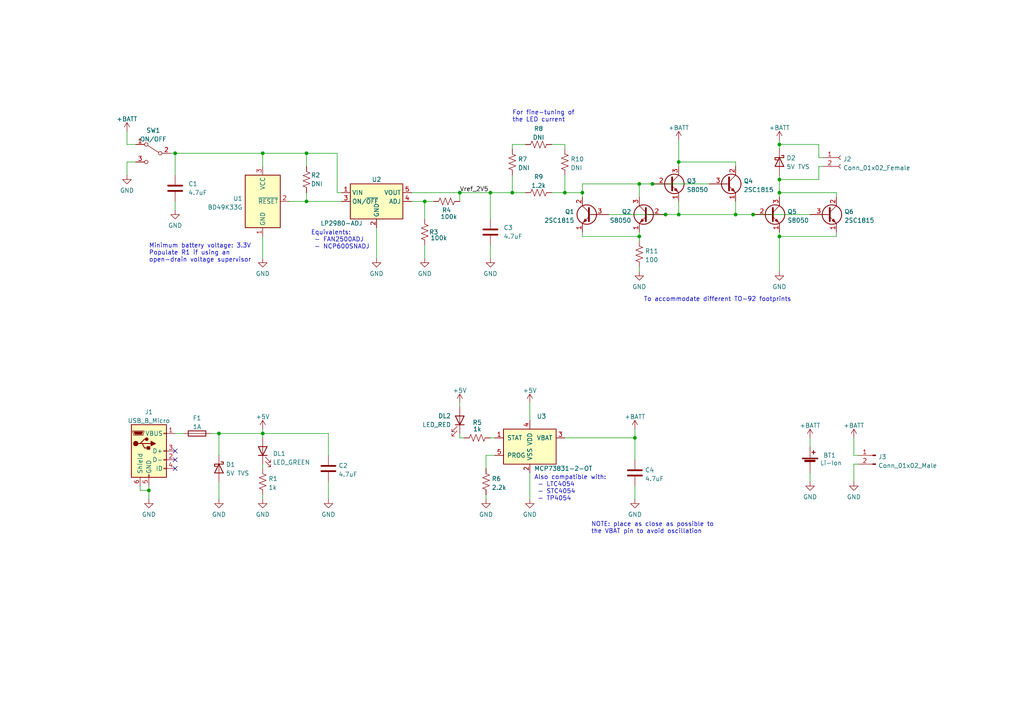
<source format=kicad_sch>
(kicad_sch (version 20230121) (generator eeschema)
  (paper "A4")
  (title_block (title "Rudolph LED Driver") (date "2023-02-25") (rev "1"))
  (lib_symbols
    (symbol "Battery_Management:MCP73831-2-OT" (pin_names (offset 1.016))
      (property "Reference" "U3" (at 2.0194 8.7798 0))
      (property "Value" "MCP73831-2-OT" (at 1.27 -6.35 0))
      (symbol "MCP73831-2-OT_0_1"
        (rectangle (start -7.62 5.08) (end 7.62 -5.08) (stroke (width 0.254)) (fill (type background)))
      )
      (symbol "MCP73831-2-OT_1_1"
        (pin output line (at -10.16 2.54 0) (length 2.54) (name "STAT") (number "1"))
        (pin power_in line (at 0 -7.62 90) (length 2.54) (name "VSS") (number "2"))
        (pin power_out line (at 10.16 2.54 180) (length 2.54) (name "VBAT") (number "3"))
        (pin power_in line (at 0 7.62 270) (length 2.54) (name "VDD") (number "4"))
        (pin input line (at -10.16 -2.54 0) (length 2.54) (name "PROG") (number "5"))
      )
    )
    (symbol "Connector:Conn_01x02_Female" (pin_names (offset 1.016) hide)
      (property "Reference" "J" (at 0 2.54 0))
      (property "Value" "Conn_01x02_Female" (at 0 -5.08 0))
      (symbol "Conn_01x02_Female_1_1"
        (arc (start 0 -2.032) (mid -0.5058 -2.54) (end 0 -3.048) (stroke (width 0.1524)))
        (polyline (pts (xy -1.27 -2.54) (xy -0.508 -2.54)) (stroke (width 0.1524)))
        (polyline (pts (xy -1.27 0) (xy -0.508 0)) (stroke (width 0.1524)))
        (arc (start 0 0.508) (mid -0.5058 0) (end 0 -0.508) (stroke (width 0.1524)))
        (pin passive line (at -5.08 0 0) (length 3.81) (name "Pin_1") (number "1"))
        (pin passive line (at -5.08 -2.54 0) (length 3.81) (name "Pin_2") (number "2"))
      )
    )
    (symbol "Connector:Conn_01x02_Male" (pin_names (offset 1.016) hide)
      (property "Reference" "J" (at 0 2.54 0))
      (property "Value" "Conn_01x02_Male" (at 0 -5.08 0))
      (symbol "Conn_01x02_Male_1_1"
        (polyline (pts (xy 1.27 -2.54) (xy 0.8636 -2.54)) (stroke (width 0.1524)))
        (polyline (pts (xy 1.27 0) (xy 0.8636 0)) (stroke (width 0.1524)))
        (rectangle (start 0.8636 -2.413) (end 0 -2.667) (stroke (width 0.1524)) (fill (type outline)))
        (rectangle (start 0.8636 0.127) (end 0 -0.127) (stroke (width 0.1524)) (fill (type outline)))
        (pin passive line (at 5.08 0 180) (length 3.81) (name "Pin_1") (number "1"))
        (pin passive line (at 5.08 -2.54 180) (length 3.81) (name "Pin_2") (number "2"))
      )
    )
    (symbol "Connector:USB_B_Micro" (pin_names (offset 1.016))
      (property "Reference" "J" (at -5.08 11.43 0))
      (property "Value" "USB_B_Micro" (at -5.08 8.89 0))
      (symbol "USB_B_Micro_0_1"
        (rectangle (start -5.08 -7.62) (end 5.08 7.62) (stroke (width 0.254)) (fill (type background)))
        (circle (center -3.81 2.159) (radius 0.635) (stroke (width 0.254)) (fill (type outline)))
        (circle (center -0.635 3.429) (radius 0.381) (stroke (width 0.254)) (fill (type outline)))
        (rectangle (start -0.127 -7.62) (end 0.127 -6.858))
        (polyline (pts (xy -1.905 2.159) (xy 0.635 2.159)) (stroke (width 0.254)))
        (polyline (pts (xy -3.175 2.159) (xy -2.54 2.159) (xy -1.27 3.429) (xy -0.635 3.429)) (stroke (width 0.254)))
        (polyline (pts (xy -2.54 2.159) (xy -1.905 2.159) (xy -1.27 0.889) (xy 0 0.889)) (stroke (width 0.254)))
        (polyline (pts (xy 0.635 2.794) (xy 0.635 1.524) (xy 1.905 2.159) (xy 0.635 2.794)) (stroke (width 0.254)) (fill (type outline)))
        (polyline (pts (xy -4.318 5.588) (xy -1.778 5.588) (xy -2.032 4.826) (xy -4.064 4.826) (xy -4.318 5.588)) (fill (type outline)))
        (polyline (pts (xy -4.699 5.842) (xy -4.699 5.588) (xy -4.445 4.826) (xy -4.445 4.572) (xy -1.651 4.572) (xy -1.651 4.826) (xy -1.397 5.588) (xy -1.397 5.842) (xy -4.699 5.842)))
        (rectangle (start 0.254 1.27) (end -0.508 0.508) (stroke (width 0.254)) (fill (type outline)))
        (rectangle (start 5.08 -5.207) (end 4.318 -4.953))
        (rectangle (start 5.08 -2.667) (end 4.318 -2.413))
        (rectangle (start 5.08 -0.127) (end 4.318 0.127))
        (rectangle (start 5.08 4.953) (end 4.318 5.207))
      )
      (symbol "USB_B_Micro_1_1"
        (pin power_out line (at 7.62 5.08 180) (length 2.54) (name "VBUS") (number "1"))
        (pin bidirectional line (at 7.62 -2.54 180) (length 2.54) (name "D-") (number "2"))
        (pin bidirectional line (at 7.62 0 180) (length 2.54) (name "D+") (number "3"))
        (pin passive line (at 7.62 -5.08 180) (length 2.54) (name "ID") (number "4"))
        (pin power_out line (at 0 -10.16 90) (length 2.54) (name "GND") (number "5"))
        (pin passive line (at -2.54 -10.16 90) (length 2.54) (name "Shield") (number "6"))
      )
    )
    (symbol "Device:Battery_Cell" (pin_numbers hide) (pin_names (offset 0) hide)
      (property "Reference" "BT" (at 2.54 2.54 0))
      (property "Value" "Battery_Cell" (at 2.54 0 0))
      (symbol "Battery_Cell_0_1"
        (rectangle (start -2.286 1.778) (end 2.286 1.524) (fill (type outline)))
        (rectangle (start -1.5748 1.1938) (end 1.4732 0.6858) (fill (type outline)))
        (polyline (pts (xy 0 0.762) (xy 0 0)))
        (polyline (pts (xy 0 1.778) (xy 0 2.54)))
        (polyline (pts (xy 0.508 3.429) (xy 1.524 3.429)) (stroke (width 0.254)))
        (polyline (pts (xy 1.016 3.937) (xy 1.016 2.921)) (stroke (width 0.254)))
      )
      (symbol "Battery_Cell_1_1"
        (pin passive line (at 0 5.08 270) (length 2.54) (name "+") (number "1"))
        (pin passive line (at 0 -2.54 90) (length 2.54) (name "-") (number "2"))
      )
    )
    (symbol "Device:C" (pin_numbers hide) (pin_names (offset 0.254))
      (property "Reference" "C" (at 0.635 2.54 0))
      (property "Value" "C" (at 0.635 -2.54 0))
      (symbol "C_0_1"
        (polyline (pts (xy -2.032 -0.762) (xy 2.032 -0.762)) (stroke (width 0.508)))
        (polyline (pts (xy -2.032 0.762) (xy 2.032 0.762)) (stroke (width 0.508)))
      )
      (symbol "C_1_1"
        (pin passive line (at 0 3.81 270) (length 2.794) (name "~") (number "1"))
        (pin passive line (at 0 -3.81 90) (length 2.794) (name "~") (number "2"))
      )
    )
    (symbol "Device:Fuse" (pin_numbers hide) (pin_names (offset 0))
      (property "Reference" "F" (at 2.032 0 90))
      (property "Value" "Fuse" (at -1.905 0 90))
      (symbol "Fuse_0_1"
        (rectangle (start -0.762 -2.54) (end 0.762 2.54) (stroke (width 0.254)))
        (polyline (pts (xy 0 2.54) (xy 0 -2.54)))
      )
      (symbol "Fuse_1_1"
        (pin passive line (at 0 3.81 270) (length 1.27) (name "~") (number "1"))
        (pin passive line (at 0 -3.81 90) (length 1.27) (name "~") (number "2"))
      )
    )
    (symbol "Device:LED" (pin_numbers hide) (pin_names (offset 1.016) hide)
      (property "Reference" "D" (at 0 2.54 0))
      (property "Value" "LED" (at 0 -2.54 0))
      (symbol "LED_0_1"
        (polyline (pts (xy -1.27 -1.27) (xy -1.27 1.27)) (stroke (width 0.254)))
        (polyline (pts (xy -1.27 0) (xy 1.27 0)))
        (polyline (pts (xy 1.27 -1.27) (xy 1.27 1.27) (xy -1.27 0) (xy 1.27 -1.27)) (stroke (width 0.254)))
        (polyline (pts (xy -3.048 -0.762) (xy -4.572 -2.286) (xy -3.81 -2.286) (xy -4.572 -2.286) (xy -4.572 -1.524)))
        (polyline (pts (xy -1.778 -0.762) (xy -3.302 -2.286) (xy -2.54 -2.286) (xy -3.302 -2.286) (xy -3.302 -1.524)))
      )
      (symbol "LED_1_1"
        (pin passive line (at -3.81 0 0) (length 2.54) (name "K") (number "1"))
        (pin passive line (at 3.81 0 180) (length 2.54) (name "A") (number "2"))
      )
    )
    (symbol "Device:R_US" (pin_numbers hide) (pin_names (offset 0))
      (property "Reference" "R" (at 2.54 0 90))
      (property "Value" "R_US" (at -2.54 0 90))
      (symbol "R_US_0_1"
        (polyline (pts (xy 0 -2.286) (xy 0 -2.54)))
        (polyline (pts (xy 0 2.286) (xy 0 2.54)))
        (polyline (pts (xy 0 -0.762) (xy 1.016 -1.143) (xy 0 -1.524) (xy -1.016 -1.905) (xy 0 -2.286)))
        (polyline (pts (xy 0 0.762) (xy 1.016 0.381) (xy 0 0) (xy -1.016 -0.381) (xy 0 -0.762)))
        (polyline (pts (xy 0 2.286) (xy 1.016 1.905) (xy 0 1.524) (xy -1.016 1.143) (xy 0 0.762)))
      )
      (symbol "R_US_1_1"
        (pin passive line (at 0 3.81 270) (length 1.27) (name "~") (number "1"))
        (pin passive line (at 0 -3.81 90) (length 1.27) (name "~") (number "2"))
      )
    )
    (symbol "Diode:BAT42" (pin_numbers hide) (pin_names (offset 1.016) hide)
      (property "Reference" "D" (at 0 2.54 0))
      (property "Value" "BAT42" (at 0 -2.54 0))
      (symbol "BAT42_0_1"
        (polyline (pts (xy 1.27 0) (xy -1.27 0)))
        (polyline (pts (xy 1.27 1.27) (xy 1.27 -1.27) (xy -1.27 0) (xy 1.27 1.27)) (stroke (width 0.254)))
        (polyline (pts (xy -1.905 0.635) (xy -1.905 1.27) (xy -1.27 1.27) (xy -1.27 -1.27) (xy -0.635 -1.27) (xy -0.635 -0.635)) (stroke (width 0.254)))
      )
      (symbol "BAT42_1_1"
        (pin passive line (at -3.81 0 0) (length 2.54) (name "K") (number "1"))
        (pin passive line (at 3.81 0 180) (length 2.54) (name "A") (number "2"))
      )
    )
    (symbol "Power_Supervisor:LM809"
      (property "Reference" "U" (at 2.54 12.7 0))
      (property "Value" "LM809" (at 5.08 10.16 0))
      (symbol "LM809_0_1"
        (rectangle (start 5.08 7.62) (end -5.08 -7.62) (stroke (width 0.254)) (fill (type background)))
      )
      (symbol "LM809_1_1"
        (pin power_in line (at 0 -10.16 90) (length 2.54) (name "GND") (number "1"))
        (pin output line (at 7.62 0 180) (length 2.54) (name "~{RESET}") (number "2"))
        (pin power_in line (at 0 10.16 270) (length 2.54) (name "VCC") (number "3"))
      )
    )
    (symbol "Regulator_Linear:LP2980-ADJ"
      (property "Reference" "U" (at 0 10.16 0))
      (property "Value" "LP2980-ADJ" (at 0 7.62 0))
      (symbol "LP2980-ADJ_0_1"
        (rectangle (start -7.62 5.08) (end 7.62 -5.08) (stroke (width 0.254)) (fill (type background)))
      )
      (symbol "LP2980-ADJ_1_1"
        (pin power_in line (at -10.16 2.54 0) (length 2.54) (name "VIN") (number "1"))
        (pin power_in line (at 0 -7.62 90) (length 2.54) (name "GND") (number "2"))
        (pin input line (at -10.16 0 0) (length 2.54) (name "ON/~{OFF}") (number "3"))
        (pin input line (at 10.16 0 180) (length 2.54) (name "ADJ") (number "4"))
        (pin power_out line (at 10.16 2.54 180) (length 2.54) (name "VOUT") (number "5"))
      )
    )
    (symbol "Switch:SW_SPDT" (pin_names (offset 0) hide)
      (property "Reference" "SW" (at 0 4.318 0))
      (property "Value" "SW_SPDT" (at 0 -5.08 0))
      (symbol "SW_SPDT_0_0"
        (circle (center -2.032 0) (radius 0.508))
        (circle (center 2.032 -2.54) (radius 0.508))
      )
      (symbol "SW_SPDT_0_1"
        (polyline (pts (xy -1.524 0.254) (xy 1.651 2.286)))
        (circle (center 2.032 2.54) (radius 0.508))
      )
      (symbol "SW_SPDT_1_1"
        (pin passive line (at 5.08 2.54 180) (length 2.54) (name "A") (number "1"))
        (pin passive line (at -5.08 0 0) (length 2.54) (name "B") (number "2"))
        (pin passive line (at 5.08 -2.54 180) (length 2.54) (name "C") (number "3"))
      )
    )
    (symbol "Transistor_BJT:2SC1815" (pin_names (offset 0) hide)
      (property "Reference" "Q" (at 5.08 1.905 0))
      (property "Value" "2SC1815" (at 5.08 0 0))
      (symbol "2SC1815_0_1"
        (polyline (pts (xy 0 0) (xy 0.508 0)))
        (polyline (pts (xy 0.635 0.635) (xy 2.54 2.54)))
        (polyline (pts (xy 0.635 -0.635) (xy 2.54 -2.54) (xy 2.54 -2.54)))
        (polyline (pts (xy 0.635 1.905) (xy 0.635 -1.905) (xy 0.635 -1.905)) (stroke (width 0.508)))
        (polyline (pts (xy 1.27 -1.778) (xy 1.778 -1.27) (xy 2.286 -2.286) (xy 1.27 -1.778) (xy 1.27 -1.778)) (fill (type outline)))
        (circle (center 1.27 0) (radius 2.8194) (stroke (width 0.254)))
      )
      (symbol "2SC1815_1_1"
        (pin passive line (at 2.54 -5.08 90) (length 2.54) (name "E") (number "1"))
        (pin passive line (at 2.54 5.08 270) (length 2.54) (name "C") (number "2"))
        (pin input line (at -5.08 0 0) (length 5.08) (name "B") (number "3"))
      )
    )
    (symbol "Transistor_BJT:S8050" (pin_names (offset 0) hide)
      (property "Reference" "Q" (at 5.08 1.905 0))
      (property "Value" "S8050" (at 5.08 0 0))
      (symbol "S8050_0_1"
        (polyline (pts (xy 0 0) (xy 0.635 0)))
        (polyline (pts (xy 0.635 0.635) (xy 2.54 2.54)))
        (polyline (pts (xy 0.635 -0.635) (xy 2.54 -2.54) (xy 2.54 -2.54)))
        (polyline (pts (xy 0.635 1.905) (xy 0.635 -1.905) (xy 0.635 -1.905)) (stroke (width 0.508)))
        (polyline (pts (xy 1.27 -1.778) (xy 1.778 -1.27) (xy 2.286 -2.286) (xy 1.27 -1.778) (xy 1.27 -1.778)) (fill (type outline)))
        (circle (center 1.27 0) (radius 2.8194) (stroke (width 0.254)))
      )
      (symbol "S8050_1_1"
        (pin passive line (at 2.54 -5.08 90) (length 2.54) (name "E") (number "1"))
        (pin input line (at -5.08 0 0) (length 5.08) (name "B") (number "2"))
        (pin passive line (at 2.54 5.08 270) (length 2.54) (name "C") (number "3"))
      )
    )
    (symbol "power:+5V" (power) (pin_names (offset 0))
      (property "Value" "+5V" (at 0 3.556 0))
      (symbol "+5V_0_1"
        (polyline (pts (xy -0.762 1.27) (xy 0 2.54)))
        (polyline (pts (xy 0 0) (xy 0 2.54)))
        (polyline (pts (xy 0 2.54) (xy 0.762 1.27)))
      )
      (symbol "+5V_1_1"
        (pin power_in line (at 0 0 90) (length 0) hide (name "+5V") (number "1"))
      )
    )
    (symbol "power:+BATT" (power) (pin_names (offset 0))
      (property "Value" "+BATT" (at 0 3.556 0))
      (symbol "+BATT_0_1"
        (polyline (pts (xy -0.762 1.27) (xy 0 2.54)))
        (polyline (pts (xy 0 0) (xy 0 2.54)))
        (polyline (pts (xy 0 2.54) (xy 0.762 1.27)))
      )
      (symbol "+BATT_1_1"
        (pin power_in line (at 0 0 90) (length 0) hide (name "+BATT") (number "1"))
      )
    )
    (symbol "power:GND" (power) (pin_names (offset 0))
      (property "Value" "GND" (at 0 -3.81 0))
      (symbol "GND_0_1"
        (polyline (pts (xy 0 0) (xy 0 -1.27) (xy 1.27 -1.27) (xy 0 -2.54) (xy -1.27 -1.27) (xy 0 -1.27)))
      )
      (symbol "GND_1_1"
        (pin power_in line (at 0 0 270) (length 0) hide (name "GND") (number "1"))
      )
    )
  )
  (junction (at 184.15 127))
  (junction (at 50.8 44.45))
  (junction (at 148.59 55.88))
  (junction (at 226.06 52.07))
  (junction (at 193.04 62.23))
  (junction (at 76.2 44.45))
  (junction (at 226.06 41.91))
  (junction (at 196.85 46.99))
  (junction (at 189.23 53.34))
  (junction (at 213.36 62.23))
  (junction (at 123.19 58.42))
  (junction (at 63.5 125.73))
  (junction (at 218.44 62.23))
  (junction (at 185.42 53.34))
  (junction (at 76.2 125.73))
  (junction (at 88.9 44.45))
  (junction (at 185.42 68.58))
  (junction (at 133.35 55.88))
  (junction (at 196.85 62.23))
  (junction (at 168.91 55.88))
  (junction (at 226.06 68.58))
  (junction (at 43.18 142.24))
  (junction (at 88.9 58.42))
  (junction (at 226.06 55.88))
  (junction (at 163.83 55.88))
  (junction (at 142.24 55.88))
  (no_connect (at 50.8 135.89))
  (no_connect (at 50.8 133.35))
  (no_connect (at 50.8 130.81))
  (wire (pts (xy 142.24 55.88) (xy 148.59 55.88)))
  (wire (pts (xy 76.2 68.58) (xy 76.2 74.93)))
  (wire (pts (xy 88.9 44.45) (xy 76.2 44.45)))
  (wire (pts (xy 50.8 58.42) (xy 50.8 60.96)))
  (wire (pts (xy 133.35 125.73) (xy 133.35 127)))
  (wire (pts (xy 76.2 143.51) (xy 76.2 144.78)))
  (wire (pts (xy 189.23 53.34) (xy 205.74 53.34)))
  (wire (pts (xy 160.02 41.91) (xy 163.83 41.91)))
  (wire (pts (xy 238.76 45.72) (xy 237.49 45.72)))
  (wire (pts (xy 88.9 55.88) (xy 88.9 58.42)))
  (wire (pts (xy 163.83 127) (xy 184.15 127)))
  (wire (pts (xy 36.83 41.91) (xy 39.37 41.91)))
  (wire (pts (xy 247.65 127) (xy 247.65 132.08)))
  (wire (pts (xy 237.49 41.91) (xy 237.49 45.72)))
  (wire (pts (xy 95.25 139.7) (xy 95.25 144.78)))
  (wire (pts (xy 247.65 134.62) (xy 247.65 139.7)))
  (wire (pts (xy 238.76 48.26) (xy 237.49 48.26)))
  (wire (pts (xy 196.85 40.64) (xy 196.85 46.99)))
  (wire (pts (xy 185.42 53.34) (xy 168.91 53.34)))
  (wire (pts (xy 226.06 67.31) (xy 226.06 68.58)))
  (wire (pts (xy 226.06 68.58) (xy 226.06 78.74)))
  (wire (pts (xy 109.22 66.04) (xy 109.22 74.93)))
  (wire (pts (xy 88.9 44.45) (xy 88.9 48.26)))
  (wire (pts (xy 185.42 68.58) (xy 168.91 68.58)))
  (wire (pts (xy 234.95 127) (xy 234.95 129.54)))
  (wire (pts (xy 50.8 50.8) (xy 50.8 44.45)))
  (wire (pts (xy 133.35 116.84) (xy 133.35 118.11)))
  (wire (pts (xy 76.2 124.46) (xy 76.2 125.73)))
  (wire (pts (xy 153.67 137.16) (xy 153.67 144.78)))
  (wire (pts (xy 185.42 77.47) (xy 185.42 78.74)))
  (wire (pts (xy 160.02 55.88) (xy 163.83 55.88)))
  (wire (pts (xy 123.19 71.12) (xy 123.19 74.93)))
  (wire (pts (xy 196.85 58.42) (xy 196.85 62.23)))
  (wire (pts (xy 40.64 142.24) (xy 43.18 142.24)))
  (wire (pts (xy 50.8 125.73) (xy 53.34 125.73)))
  (wire (pts (xy 123.19 58.42) (xy 123.19 63.5)))
  (wire (pts (xy 88.9 58.42) (xy 99.06 58.42)))
  (wire (pts (xy 237.49 48.26) (xy 237.49 52.07)))
  (wire (pts (xy 153.67 116.84) (xy 153.67 121.92)))
  (wire (pts (xy 226.06 68.58) (xy 242.57 68.58)))
  (wire (pts (xy 226.06 40.64) (xy 226.06 41.91)))
  (wire (pts (xy 185.42 68.58) (xy 185.42 69.85)))
  (wire (pts (xy 76.2 134.62) (xy 76.2 135.89)))
  (wire (pts (xy 43.18 140.97) (xy 43.18 142.24)))
  (wire (pts (xy 95.25 125.73) (xy 95.25 132.08)))
  (wire (pts (xy 226.06 50.8) (xy 226.06 52.07)))
  (wire (pts (xy 196.85 46.99) (xy 213.36 46.99)))
  (wire (pts (xy 196.85 46.99) (xy 196.85 48.26)))
  (wire (pts (xy 148.59 55.88) (xy 152.4 55.88)))
  (wire (pts (xy 76.2 127) (xy 76.2 125.73)))
  (wire (pts (xy 76.2 44.45) (xy 76.2 48.26)))
  (wire (pts (xy 168.91 53.34) (xy 168.91 55.88)))
  (wire (pts (xy 193.04 62.23) (xy 196.85 62.23)))
  (wire (pts (xy 242.57 57.15) (xy 242.57 55.88)))
  (wire (pts (xy 123.19 58.42) (xy 125.73 58.42)))
  (wire (pts (xy 119.38 58.42) (xy 123.19 58.42)))
  (wire (pts (xy 163.83 55.88) (xy 168.91 55.88)))
  (wire (pts (xy 148.59 41.91) (xy 152.4 41.91)))
  (wire (pts (xy 148.59 43.18) (xy 148.59 41.91)))
  (wire (pts (xy 226.06 41.91) (xy 226.06 43.18)))
  (wire (pts (xy 248.92 134.62) (xy 247.65 134.62)))
  (wire (pts (xy 143.51 132.08) (xy 140.97 132.08)))
  (wire (pts (xy 163.83 50.8) (xy 163.83 55.88)))
  (wire (pts (xy 39.37 46.99) (xy 36.83 46.99)))
  (wire (pts (xy 142.24 63.5) (xy 142.24 55.88)))
  (wire (pts (xy 226.06 55.88) (xy 242.57 55.88)))
  (wire (pts (xy 242.57 67.31) (xy 242.57 68.58)))
  (wire (pts (xy 60.96 125.73) (xy 63.5 125.73)))
  (wire (pts (xy 226.06 41.91) (xy 237.49 41.91)))
  (wire (pts (xy 176.53 62.23) (xy 193.04 62.23)))
  (wire (pts (xy 142.24 127) (xy 143.51 127)))
  (wire (pts (xy 140.97 132.08) (xy 140.97 135.89)))
  (wire (pts (xy 168.91 55.88) (xy 168.91 57.15)))
  (wire (pts (xy 50.8 44.45) (xy 76.2 44.45)))
  (wire (pts (xy 142.24 71.12) (xy 142.24 74.93)))
  (wire (pts (xy 226.06 52.07) (xy 226.06 55.88)))
  (wire (pts (xy 226.06 57.15) (xy 226.06 55.88)))
  (wire (pts (xy 49.53 44.45) (xy 50.8 44.45)))
  (wire (pts (xy 163.83 41.91) (xy 163.83 43.18)))
  (wire (pts (xy 43.18 142.24) (xy 43.18 144.78)))
  (wire (pts (xy 185.42 67.31) (xy 185.42 68.58)))
  (wire (pts (xy 184.15 140.97) (xy 184.15 144.78)))
  (wire (pts (xy 99.06 55.88) (xy 97.79 55.88)))
  (wire (pts (xy 97.79 44.45) (xy 88.9 44.45)))
  (wire (pts (xy 97.79 44.45) (xy 97.79 55.88)))
  (wire (pts (xy 218.44 62.23) (xy 234.95 62.23)))
  (wire (pts (xy 248.92 132.08) (xy 247.65 132.08)))
  (wire (pts (xy 185.42 53.34) (xy 185.42 57.15)))
  (wire (pts (xy 213.36 58.42) (xy 213.36 62.23)))
  (wire (pts (xy 36.83 38.1) (xy 36.83 41.91)))
  (wire (pts (xy 196.85 62.23) (xy 213.36 62.23)))
  (wire (pts (xy 226.06 52.07) (xy 237.49 52.07)))
  (wire (pts (xy 40.64 140.97) (xy 40.64 142.24)))
  (wire (pts (xy 133.35 55.88) (xy 133.35 58.42)))
  (wire (pts (xy 213.36 62.23) (xy 218.44 62.23)))
  (wire (pts (xy 168.91 67.31) (xy 168.91 68.58)))
  (wire (pts (xy 63.5 125.73) (xy 76.2 125.73)))
  (wire (pts (xy 140.97 143.51) (xy 140.97 144.78)))
  (wire (pts (xy 234.95 137.16) (xy 234.95 139.7)))
  (wire (pts (xy 213.36 48.26) (xy 213.36 46.99)))
  (wire (pts (xy 76.2 125.73) (xy 95.25 125.73)))
  (wire (pts (xy 119.38 55.88) (xy 133.35 55.88)))
  (wire (pts (xy 83.82 58.42) (xy 88.9 58.42)))
  (wire (pts (xy 184.15 133.35) (xy 184.15 127)))
  (wire (pts (xy 63.5 125.73) (xy 63.5 132.08)))
  (wire (pts (xy 36.83 46.99) (xy 36.83 50.8)))
  (wire (pts (xy 133.35 127) (xy 134.62 127)))
  (wire (pts (xy 184.15 127) (xy 184.15 124.46)))
  (wire (pts (xy 148.59 50.8) (xy 148.59 55.88)))
  (wire (pts (xy 133.35 55.88) (xy 142.24 55.88)))
  (wire (pts (xy 189.23 53.34) (xy 185.42 53.34)))
  (wire (pts (xy 63.5 139.7) (xy 63.5 144.78)))
  (text "Equivalents:\n - FAN2500ADJ\n - NCP600SNADJ" (at 90.17 72.39 0) (effects (font (size 1.27 1.27)) (justify left bottom)))
  (text "For fine-tuning of\nthe LED current" (at 148.59 35.56 0) (effects (font (size 1.27 1.27)) (justify left bottom)))
  (text "Minimum battery voltage: 3.3V\nPopulate R1 if using an\nopen-drain voltage supervisor" (at 43.18 76.2 0) (effects (font (size 1.27 1.27)) (justify left bottom)))
  (text "NOTE: place as close as possible to\nthe VBAT pin to avoid oscillation" (at 171.45 154.94 0) (effects (font (size 1.27 1.27)) (justify left bottom)))
  (text "Also compatible with:\n - LTC4054\n - STC4054\n - TP4054" (at 154.94 145.415 0) (effects (font (size 1.27 1.27)) (justify left bottom)))
  (text "To accommodate different TO-92 footprints" (at 186.69 87.63 0) (effects (font (size 1.27 1.27)) (justify left bottom)))
  (label "Vref_2V5" (at 133.35 55.88 0))
  (symbol (lib_id "power:+BATT") (at 226.06 40.64 0) (unit 1)
    (property "Reference" "#PWR021" (effects hide))
    (property "Value" "+BATT" (at 226.06 37.0642 0))
  )
  (symbol (lib_id "Device:R_US") (at 138.43 127 90) (unit 1)
    (property "Reference" "R5" (at 138.43 122.555 90))
    (property "Value" "1k" (at 138.43 124.46 90))
    (property "Footprint" "Resistor_SMD:R_0805_2012Metric_Pad1.20x1.40mm_HandSolder" (effects hide))
  )
  (symbol (lib_id "Regulator_Linear:LP2980-ADJ") (at 109.22 58.42 0) (unit 1)
    (property "Reference" "U2" (at 109.22 52.07 0))
    (property "Value" "LP2980-ADJ" (at 99.06 64.77 0))
    (property "Footprint" "Package_TO_SOT_SMD:SOT-23-5" (effects hide))
    (property "Datasheet" "http://www.ti.com/lit/ds/symlink/lp2980-adj.pdf" (effects hide))
  )
  (symbol (lib_id "Transistor_BJT:2SC1815") (at 171.45 62.23 0) (mirror y) (unit 1)
    (property "Reference" "Q1" (at 166.5987 61.3953 0) (effects (justify left)))
    (property "Value" "2SC1815" (at 166.5987 63.9322 0) (effects (justify left)))
    (property "Footprint" "Package_TO_SOT_THT:TO-92_Inline_Wide" (effects hide))
    (property "Datasheet" "https://media.digikey.com/pdf/Data%20Sheets/Toshiba%20PDFs/2SC1815.pdf" (effects hide))
  )
  (symbol (lib_id "power:+BATT") (at 234.95 127 0) (unit 1)
    (property "Reference" "#PWR023" (effects hide))
    (property "Value" "+BATT" (at 234.95 123.4242 0))
  )
  (symbol (lib_id "Transistor_BJT:2SC1815") (at 210.82 53.34 0) (unit 1)
    (property "Reference" "Q4" (at 215.6714 52.5053 0) (effects (justify left)))
    (property "Value" "2SC1815" (at 215.6714 55.0422 0) (effects (justify left)))
    (property "Footprint" "Package_TO_SOT_THT:TO-92_Inline_Wide" (effects hide))
    (property "Datasheet" "https://media.digikey.com/pdf/Data%20Sheets/Toshiba%20PDFs/2SC1815.pdf" (effects hide))
  )
  (symbol (lib_id "Device:LED") (at 133.35 121.92 270) (mirror x) (unit 1)
    (property "Reference" "DL2" (at 130.81 120.65 90) (effects (justify right)))
    (property "Value" "LED_RED" (at 130.81 123.19 90) (effects (justify right)))
    (property "Footprint" "Diode_SMD:D_0805_2012Metric_Pad1.15x1.40mm_HandSolder" (effects hide))
  )
  (symbol (lib_id "power:GND") (at 36.83 50.8 0) (unit 1)
    (property "Reference" "#PWR02" (effects hide))
    (property "Value" "GND" (at 36.83 55.2434 0))
  )
  (symbol (lib_id "power:GND") (at 140.97 144.78 0) (unit 1)
    (property "Reference" "#PWR013" (effects hide))
    (property "Value" "GND" (at 140.97 149.2234 0))
  )
  (symbol (lib_id "Device:LED") (at 76.2 130.81 90) (unit 1)
    (property "Reference" "DL1" (at 79.121 131.5628 90) (effects (justify right)))
    (property "Value" "LED_GREEN" (at 79.121 134.0997 90) (effects (justify right)))
    (property "Footprint" "Diode_SMD:D_0805_2012Metric_Pad1.15x1.40mm_HandSolder" (effects hide))
  )
  (symbol (lib_id "power:GND") (at 63.5 144.78 0) (unit 1)
    (property "Reference" "#PWR05" (effects hide))
    (property "Value" "GND" (at 63.5 149.2234 0))
  )
  (symbol (lib_id "Device:C") (at 142.24 67.31 0) (unit 1)
    (property "Reference" "C3" (at 146.05 66.04 0) (effects (justify left)))
    (property "Value" "4.7uF" (at 146.05 68.58 0) (effects (justify left)))
    (property "Footprint" "Capacitor_SMD:C_0805_2012Metric_Pad1.18x1.45mm_HandSolder" (effects hide))
  )
  (symbol (lib_id "Switch:SW_SPDT") (at 44.45 44.45 0) (mirror y) (unit 1)
    (property "Reference" "SW1" (at 44.45 37.8292 0))
    (property "Value" "ON/OFF" (at 44.45 40.3661 0))
    (property "Footprint" "Connector_PinHeader_2.54mm:PinHeader_1x03_P2.54mm_Vertical" (effects hide))
  )
  (symbol (lib_id "Device:R_US") (at 76.2 139.7 0) (unit 1)
    (property "Reference" "R1" (at 77.851 138.8653 0) (effects (justify left)))
    (property "Value" "1k" (at 77.851 141.4022 0) (effects (justify left)))
    (property "Footprint" "Resistor_SMD:R_0805_2012Metric_Pad1.20x1.40mm_HandSolder" (effects hide))
  )
  (symbol (lib_id "power:+BATT") (at 184.15 124.46 0) (unit 1)
    (property "Reference" "#PWR017" (effects hide))
    (property "Value" "+BATT" (at 184.15 120.8842 0))
  )
  (symbol (lib_id "Device:Battery_Cell") (at 234.95 134.62 0) (unit 1)
    (property "Reference" "BT1" (at 238.76 132.08 0) (effects (justify left)))
    (property "Value" "Li-Ion" (at 237.871 134.2902 0) (effects (justify left)))
    (property "Footprint" "Battery:BatteryHolder_MPD_BH-18650-PC2" (effects hide))
  )
  (symbol (lib_id "power:GND") (at 185.42 78.74 0) (unit 1)
    (property "Reference" "#PWR019" (effects hide))
    (property "Value" "GND" (at 185.42 83.1834 0))
  )
  (symbol (lib_id "power:GND") (at 76.2 74.93 0) (unit 1)
    (property "Reference" "#PWR06" (effects hide))
    (property "Value" "GND" (at 76.2 79.3734 0))
  )
  (symbol (lib_id "Device:R_US") (at 156.21 55.88 90) (unit 1)
    (property "Reference" "R9" (at 156.21 51.2912 90))
    (property "Value" "1.2k" (at 156.21 53.8281 90))
    (property "Footprint" "Resistor_SMD:R_0805_2012Metric_Pad1.20x1.40mm_HandSolder" (effects hide))
  )
  (symbol (lib_id "Device:R_US") (at 88.9 52.07 0) (unit 1)
    (property "Reference" "R2" (at 90.17 50.8 0) (effects (justify left)))
    (property "Value" "DNI" (at 90.17 53.34 0) (effects (justify left)))
    (property "Footprint" "Resistor_SMD:R_0805_2012Metric_Pad1.20x1.40mm_HandSolder" (effects hide))
  )
  (symbol (lib_id "Connector:USB_B_Micro") (at 43.18 130.81 0) (unit 1)
    (property "Reference" "J1" (at 43.18 119.4902 0))
    (property "Value" "USB_B_Micro" (at 43.18 122.0271 0))
    (property "Footprint" "Connector_USB:USB_Micro-AB_Molex_47590-0001" (effects hide))
  )
  (symbol (lib_id "power:+BATT") (at 36.83 38.1 0) (unit 1)
    (property "Reference" "#PWR01" (effects hide))
    (property "Value" "+BATT" (at 36.83 34.5242 0))
  )
  (symbol (lib_id "Device:Fuse") (at 57.15 125.73 270) (unit 1)
    (property "Reference" "F1" (at 57.15 121.2682 90))
    (property "Value" "1A" (at 57.15 123.8051 90))
    (property "Footprint" "Fuse:Fuse_0805_2012Metric_Pad1.15x1.40mm_HandSolder" (effects hide))
  )
  (symbol (lib_id "Transistor_BJT:S8050") (at 187.96 62.23 0) (mirror y) (unit 1)
    (property "Reference" "Q2" (at 183.1086 61.3953 0) (effects (justify left)))
    (property "Value" "S8050" (at 183.1086 63.9322 0) (effects (justify left)))
    (property "Footprint" "Package_TO_SOT_THT:TO-92_Inline_Wide" (effects hide))
    (property "Datasheet" "http://www.unisonic.com.tw/datasheet/S8050.pdf" (effects hide))
  )
  (symbol (lib_id "Device:R_US") (at 140.97 139.7 0) (unit 1)
    (property "Reference" "R6" (at 142.621 138.8653 0) (effects (justify left)))
    (property "Value" "2.2k" (at 142.621 141.4022 0) (effects (justify left)))
    (property "Footprint" "Resistor_SMD:R_0805_2012Metric_Pad1.20x1.40mm_HandSolder" (effects hide))
  )
  (symbol (lib_id "Diode:BAT42") (at 63.5 135.89 270) (unit 1)
    (property "Reference" "D1" (at 65.532 134.7378 90) (effects (justify left)))
    (property "Value" "5V TVS" (at 65.532 137.2747 90) (effects (justify left)))
    (property "Footprint" "Diode_SMD:D_SOD-323_HandSoldering" (effects hide))
  )
  (symbol (lib_id "power:GND") (at 226.06 78.74 0) (unit 1)
    (property "Reference" "#PWR022" (effects hide))
    (property "Value" "GND" (at 226.06 83.1834 0))
  )
  (symbol (lib_id "Transistor_BJT:2SC1815") (at 240.03 62.23 0) (unit 1)
    (property "Reference" "Q6" (at 244.8814 61.3953 0) (effects (justify left)))
    (property "Value" "2SC1815" (at 244.8814 63.9322 0) (effects (justify left)))
    (property "Footprint" "Package_TO_SOT_THT:TO-92_Inline_Wide" (effects hide))
    (property "Datasheet" "https://media.digikey.com/pdf/Data%20Sheets/Toshiba%20PDFs/2SC1815.pdf" (effects hide))
  )
  (symbol (lib_id "power:GND") (at 142.24 74.93 0) (unit 1)
    (property "Reference" "#PWR014" (effects hide))
    (property "Value" "GND" (at 142.24 79.3734 0))
  )
  (symbol (lib_id "power:GND") (at 234.95 139.7 0) (unit 1)
    (property "Reference" "#PWR024" (effects hide))
    (property "Value" "GND" (at 234.95 144.1434 0))
  )
  (symbol (lib_id "Connector:Conn_01x02_Female") (at 243.84 45.72 0) (unit 1)
    (property "Reference" "J2" (at 244.5512 46.1553 0) (effects (justify left)))
    (property "Value" "Conn_01x02_Female" (at 244.5512 48.6922 0) (effects (justify left)))
    (property "Footprint" "Connector_PinSocket_2.54mm:PinSocket_1x02_P2.54mm_Vertical" (effects hide))
  )
  (symbol (lib_id "power:GND") (at 123.19 74.93 0) (unit 1)
    (property "Reference" "#PWR011" (effects hide))
    (property "Value" "GND" (at 123.19 79.3734 0))
  )
  (symbol (lib_id "Connector:Conn_01x02_Male") (at 254 132.08 0) (mirror y) (unit 1)
    (property "Reference" "J3" (at 254.7112 132.5153 0) (effects (justify right)))
    (property "Value" "Conn_01x02_Male" (at 254.7112 135.0522 0) (effects (justify right)))
    (property "Footprint" "Connector_PinHeader_2.54mm:PinHeader_1x02_P2.54mm_Vertical" (effects hide))
  )
  (symbol (lib_id "power:GND") (at 76.2 144.78 0) (unit 1)
    (property "Reference" "#PWR08" (effects hide))
    (property "Value" "GND" (at 76.2 149.2234 0))
  )
  (symbol (lib_id "power:+BATT") (at 247.65 127 0) (unit 1)
    (property "Reference" "#PWR025" (effects hide))
    (property "Value" "+BATT" (at 247.65 123.4242 0))
  )
  (symbol (lib_id "Device:R_US") (at 156.21 41.91 90) (unit 1)
    (property "Reference" "R8" (at 156.21 37.3212 90))
    (property "Value" "DNI" (at 156.21 39.8581 90))
    (property "Footprint" "Resistor_SMD:R_0805_2012Metric_Pad1.20x1.40mm_HandSolder" (effects hide))
  )
  (symbol (lib_id "Transistor_BJT:S8050") (at 223.52 62.23 0) (unit 1)
    (property "Reference" "Q5" (at 228.3714 61.3953 0) (effects (justify left)))
    (property "Value" "S8050" (at 228.3714 63.9322 0) (effects (justify left)))
    (property "Footprint" "Package_TO_SOT_THT:TO-92_Inline_Wide" (effects hide))
    (property "Datasheet" "http://www.unisonic.com.tw/datasheet/S8050.pdf" (effects hide))
  )
  (symbol (lib_id "Device:R_US") (at 163.83 46.99 180) (unit 1)
    (property "Reference" "R10" (at 165.481 46.1553 0) (effects (justify right)))
    (property "Value" "DNI" (at 165.481 48.6922 0) (effects (justify right)))
    (property "Footprint" "Resistor_SMD:R_0805_2012Metric_Pad1.20x1.40mm_HandSolder" (effects hide))
  )
  (symbol (lib_id "power:GND") (at 153.67 144.78 0) (unit 1)
    (property "Reference" "#PWR016" (effects hide))
    (property "Value" "GND" (at 153.67 149.2234 0))
  )
  (symbol (lib_id "power:+BATT") (at 196.85 40.64 0) (unit 1)
    (property "Reference" "#PWR020" (effects hide))
    (property "Value" "+BATT" (at 196.85 37.0642 0))
  )
  (symbol (lib_id "Device:C") (at 184.15 137.16 0) (unit 1)
    (property "Reference" "C4" (at 187.071 136.3253 0) (effects (justify left)))
    (property "Value" "4.7uF" (at 187.071 138.8622 0) (effects (justify left)))
    (property "Footprint" "Capacitor_SMD:C_0805_2012Metric_Pad1.18x1.45mm_HandSolder" (effects hide))
  )
  (symbol (lib_id "Transistor_BJT:S8050") (at 194.31 53.34 0) (unit 1)
    (property "Reference" "Q3" (at 199.1614 52.5053 0) (effects (justify left)))
    (property "Value" "S8050" (at 199.1614 55.0422 0) (effects (justify left)))
    (property "Footprint" "Package_TO_SOT_THT:TO-92_Inline_Wide" (effects hide))
    (property "Datasheet" "http://www.unisonic.com.tw/datasheet/S8050.pdf" (effects hide))
  )
  (symbol (lib_id "Device:R_US") (at 148.59 46.99 180) (unit 1)
    (property "Reference" "R7" (at 150.241 46.1553 0) (effects (justify right)))
    (property "Value" "DNI" (at 150.241 48.6922 0) (effects (justify right)))
    (property "Footprint" "Resistor_SMD:R_0805_2012Metric_Pad1.20x1.40mm_HandSolder" (effects hide))
  )
  (symbol (lib_id "power:GND") (at 43.18 144.78 0) (unit 1)
    (property "Reference" "#PWR03" (effects hide))
    (property "Value" "GND" (at 43.18 149.2234 0))
  )
  (symbol (lib_id "Battery_Management:MCP73831-2-OT") (at 153.67 129.54 0) (unit 1)
    (property "Reference" "U3" (at 155.6894 120.7602 0) (effects (justify left)))
    (property "Value" "MCP73831-2-OT" (at 154.94 135.89 0) (effects (justify left)))
    (property "Footprint" "Package_TO_SOT_SMD:SOT-23-5" (effects hide))
    (property "Datasheet" "http://ww1.microchip.com/downloads/en/DeviceDoc/20001984g.pdf" (effects hide))
  )
  (symbol (lib_id "power:GND") (at 184.15 144.78 0) (unit 1)
    (property "Reference" "#PWR018" (effects hide))
    (property "Value" "GND" (at 184.15 149.2234 0))
  )
  (symbol (lib_id "Device:C") (at 95.25 135.89 0) (unit 1)
    (property "Reference" "C2" (at 98.171 135.0553 0) (effects (justify left)))
    (property "Value" "4.7uF" (at 98.171 137.5922 0) (effects (justify left)))
    (property "Footprint" "Capacitor_SMD:C_0805_2012Metric_Pad1.18x1.45mm_HandSolder" (effects hide))
  )
  (symbol (lib_id "Diode:BAT42") (at 226.06 46.99 270) (unit 1)
    (property "Reference" "D2" (at 228.092 45.8378 90) (effects (justify left)))
    (property "Value" "5V TVS" (at 228.092 48.3747 90) (effects (justify left)))
    (property "Footprint" "Diode_SMD:D_SOD-323_HandSoldering" (effects hide))
  )
  (symbol (lib_id "power:GND") (at 95.25 144.78 0) (unit 1)
    (property "Reference" "#PWR09" (effects hide))
    (property "Value" "GND" (at 95.25 149.2234 0))
  )
  (symbol (lib_id "power:+5V") (at 153.67 116.84 0) (unit 1)
    (property "Reference" "#PWR015" (effects hide))
    (property "Value" "+5V" (at 153.67 113.2642 0))
  )
  (symbol (lib_id "Device:R_US") (at 185.42 73.66 0) (unit 1)
    (property "Reference" "R11" (at 187.071 72.8253 0) (effects (justify left)))
    (property "Value" "100" (at 187.071 75.3622 0) (effects (justify left)))
    (property "Footprint" "Resistor_SMD:R_0805_2012Metric_Pad1.20x1.40mm_HandSolder" (effects hide))
  )
  (symbol (lib_id "Device:R_US") (at 123.19 67.31 0) (unit 1)
    (property "Reference" "R3" (at 124.46 67.31 0) (effects (justify left)))
    (property "Value" "100k" (at 124.841 69.0122 0) (effects (justify left)))
    (property "Footprint" "Resistor_SMD:R_0805_2012Metric_Pad1.20x1.40mm_HandSolder" (effects hide))
  )
  (symbol (lib_id "power:+5V") (at 133.35 116.84 0) (unit 1)
    (property "Reference" "#PWR012" (effects hide))
    (property "Value" "+5V" (at 133.35 113.2642 0))
  )
  (symbol (lib_id "Device:C") (at 50.8 54.61 0) (unit 1)
    (property "Reference" "C1" (at 54.61 53.34 0) (effects (justify left)))
    (property "Value" "4.7uF" (at 54.61 55.88 0) (effects (justify left)))
    (property "Footprint" "Capacitor_SMD:C_0805_2012Metric_Pad1.18x1.45mm_HandSolder" (effects hide))
  )
  (symbol (lib_id "power:GND") (at 247.65 139.7 0) (unit 1)
    (property "Reference" "#PWR026" (effects hide))
    (property "Value" "GND" (at 247.65 144.1434 0))
  )
  (symbol (lib_id "power:+5V") (at 76.2 124.46 0) (unit 1)
    (property "Reference" "#PWR07" (effects hide))
    (property "Value" "+5V" (at 76.2 120.8842 0))
  )
  (symbol (lib_id "power:GND") (at 109.22 74.93 0) (unit 1)
    (property "Reference" "#PWR010" (effects hide))
    (property "Value" "GND" (at 109.22 79.3734 0))
  )
  (symbol (lib_id "power:GND") (at 50.8 60.96 0) (unit 1)
    (property "Reference" "#PWR04" (effects hide))
    (property "Value" "GND" (at 50.8 65.4034 0))
  )
  (symbol (lib_id "Device:R_US") (at 129.54 58.42 90) (unit 1)
    (property "Reference" "R4" (at 129.54 60.96 90))
    (property "Value" "100k" (at 130.175 62.865 90))
    (property "Footprint" "Resistor_SMD:R_0805_2012Metric_Pad1.20x1.40mm_HandSolder" (effects hide))
  )
  (symbol (lib_id "Power_Supervisor:LM809") (at 76.2 58.42 0) (unit 1)
    (property "Reference" "U1" (at 70.3581 57.5853 0) (effects (justify right)))
    (property "Value" "BD49K33G" (at 70.3581 60.1222 0) (effects (justify right)))
    (property "Footprint" "Package_TO_SOT_SMD:SOT-23" (effects hide))
    (property "Datasheet" "https://fscdn.rohm.com/en/products/databook/datasheet/ic/power/voltage_detector/bd48xxg-e.pdf" (effects hide))
    (property "Manufacturer" "Rohm" (effects hide))
  )
)
</source>
